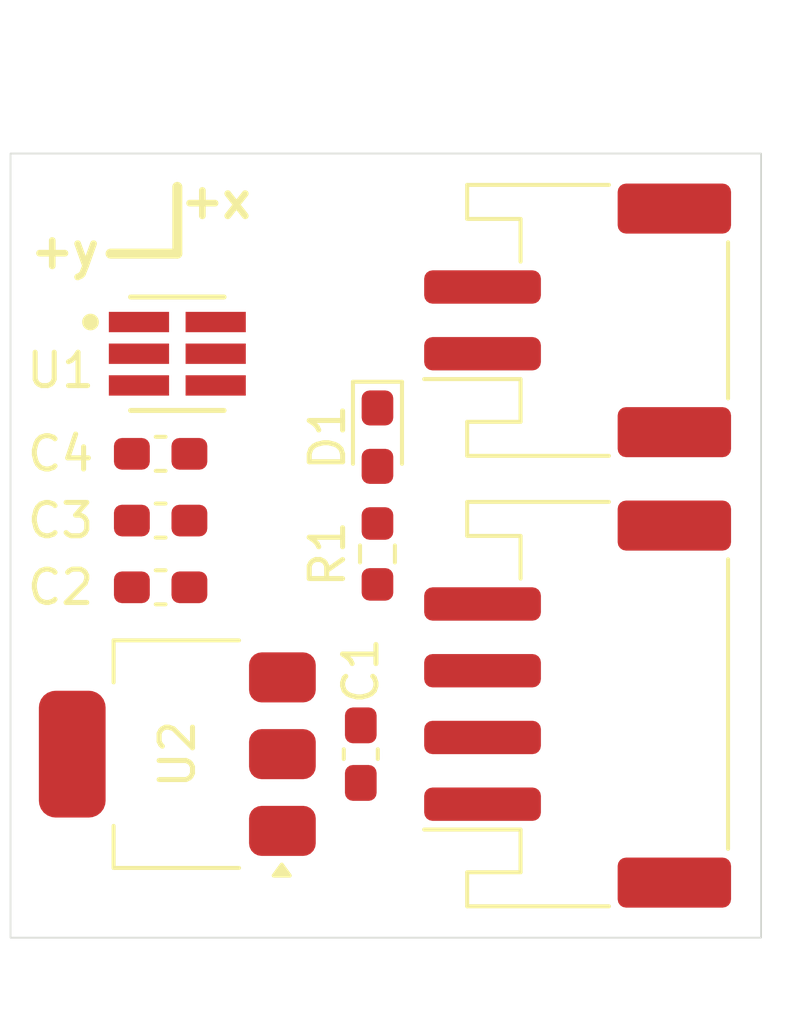
<source format=kicad_pcb>
(kicad_pcb (version 20240108) (generator "pcbnew") (generator_version "8.0")
  (layers (0 "F.Cu" signal) (31 "B.Cu" signal) (34 "B.Paste" user) (35 "F.Paste" user) (36 "B.SilkS" user "B.Silkscreen") (37 "F.SilkS" user "F.Silkscreen") (38 "B.Mask" user) (39 "F.Mask" user) (44 "Edge.Cuts" user))
  (net 0 "")
  (net 1 "+5V")
  (net 2 "GND")
  (net 3 "+3V3")
  (net 4 "CAN_L")
  (net 5 "CAN_H")
  (net 6 "Net-(D1-A)")
  (net 7 "I2C_SCL")
  (net 8 "I2C_SDA")
  (footprint "Capacitor_SMD:C_0603_1608Metric_Pad1.08x0.95mm_HandSolder" (layer "F.Cu") (at 52.5 96.5 180)
    (property "Reference" "C2" (at 3 0 180) (layer "F.SilkS"))
    (property "Value" "22u")
    (fp_line (start -0.146267 0.51) (end 0.146267 0.51) (stroke (width 0.12)) (layer "F.SilkS"))
    (fp_line (start -0.146267 -0.51) (end 0.146267 -0.51) (stroke (width 0.12)) (layer "F.SilkS"))
    (pad "1" smd roundrect (at -0.8625 0 180) (size 1.075 0.95) (layers "F.Cu" "F.Paste" "F.Mask") (net 3 "+3V3"))
    (pad "2" smd roundrect (at 0.8625 0 180) (size 1.075 0.95) (layers "F.Cu" "F.Paste" "F.Mask") (net 2 "GND"))
  )
  (footprint "Connector_JST:JST_PH_S4B-PH-SM4-TB_1x04-1MP_P2.00mm_Horizontal" (layer "F.Cu") (at 65 100 90)
    (property "Reference" "CanIn1" (hide yes))
    (property "Value" "Conn_01x04_MountingPin")
    (fp_line (start 6.06 -3.31) (end 5.04 -3.31) (stroke (width 0.12)) (layer "F.SilkS"))
    (fp_line (start 5.04 -3.31) (end 5.04 -1.71) (stroke (width 0.12)) (layer "F.SilkS"))
    (fp_line (start -5.04 -3.31) (end -5.04 -1.71) (stroke (width 0.12)) (layer "F.SilkS"))
    (fp_line (start -6.06 -3.31) (end -5.04 -3.31) (stroke (width 0.12)) (layer "F.SilkS"))
    (fp_line (start 5.04 -1.71) (end 3.76 -1.71) (stroke (width 0.12)) (layer "F.SilkS"))
    (fp_line (start -3.76 -1.71) (end -3.76 -4.6) (stroke (width 0.12)) (layer "F.SilkS"))
    (fp_line (start -5.04 -1.71) (end -3.76 -1.71) (stroke (width 0.12)) (layer "F.SilkS"))
    (fp_line (start 6.06 0.94) (end 6.06 -3.31) (stroke (width 0.12)) (layer "F.SilkS"))
    (fp_line (start -6.06 0.94) (end -6.06 -3.31) (stroke (width 0.12)) (layer "F.SilkS"))
    (fp_line (start -4.34 4.51) (end 4.34 4.51) (stroke (width 0.12)) (layer "F.SilkS"))
    (pad "1" smd roundrect (at -3 -2.85 90) (size 1 3.5) (layers "F.Cu" "F.Paste" "F.Mask") (net 1 "+5V"))
    (pad "2" smd roundrect (at -1 -2.85 90) (size 1 3.5) (layers "F.Cu" "F.Paste" "F.Mask") (net 2 "GND"))
    (pad "3" smd roundrect (at 1 -2.85 90) (size 1 3.5) (layers "F.Cu" "F.Paste" "F.Mask") (net 5 "CAN_H"))
    (pad "4" smd roundrect (at 3 -2.85 90) (size 1 3.5) (layers "F.Cu" "F.Paste" "F.Mask") (net 4 "CAN_L"))
    (pad "MP" smd roundrect (at -5.35 2.9 90) (size 1.5 3.4) (layers "F.Cu" "F.Paste" "F.Mask") (roundrect_rratio 0.166667) (net 2 "GND"))
    (pad "MP" smd roundrect (at 5.35 2.9 90) (size 1.5 3.4) (layers "F.Cu" "F.Paste" "F.Mask") (roundrect_rratio 0.166667) (net 2 "GND"))
  )
  (footprint "Resistor_SMD:R_0603_1608Metric_Pad0.98x0.95mm_HandSolder" (layer "F.Cu") (at 59 95.5 90)
    (property "Reference" "R1" (at 0 -1.5 -90) (layer "F.SilkS"))
    (property "Value" "4.7k")
    (fp_line (start -0.254724 -0.5225) (end 0.254724 -0.5225) (stroke (width 0.12)) (layer "F.SilkS"))
    (fp_line (start -0.254724 0.5225) (end 0.254724 0.5225) (stroke (width 0.12)) (layer "F.SilkS"))
    (pad "1" smd roundrect (at -0.9125 0 90) (size 0.975 0.95) (layers "F.Cu" "F.Paste" "F.Mask") (net 3 "+3V3"))
    (pad "2" smd roundrect (at 0.9125 0 90) (size 0.975 0.95) (layers "F.Cu" "F.Paste" "F.Mask") (net 6 "Net-(D1-A)"))
  )
  (footprint "Connector_JST:JST_PH_S2B-PH-SM4-TB_1x02-1MP_P2.00mm_Horizontal" (layer "F.Cu") (at 65 88.5 90)
    (property "Reference" "I2CIn1" (hide yes))
    (property "Value" "Conn_01x02_MountingPin")
    (fp_line (start 4.06 -3.31) (end 3.04 -3.31) (stroke (width 0.12)) (layer "F.SilkS"))
    (fp_line (start 3.04 -3.31) (end 3.04 -1.71) (stroke (width 0.12)) (layer "F.SilkS"))
    (fp_line (start -3.04 -3.31) (end -3.04 -1.71) (stroke (width 0.12)) (layer "F.SilkS"))
    (fp_line (start -4.06 -3.31) (end -3.04 -3.31) (stroke (width 0.12)) (layer "F.SilkS"))
    (fp_line (start 3.04 -1.71) (end 1.76 -1.71) (stroke (width 0.12)) (layer "F.SilkS"))
    (fp_line (start -1.76 -1.71) (end -1.76 -4.6) (stroke (width 0.12)) (layer "F.SilkS"))
    (fp_line (start -3.04 -1.71) (end -1.76 -1.71) (stroke (width 0.12)) (layer "F.SilkS"))
    (fp_line (start 4.06 0.94) (end 4.06 -3.31) (stroke (width 0.12)) (layer "F.SilkS"))
    (fp_line (start -4.06 0.94) (end -4.06 -3.31) (stroke (width 0.12)) (layer "F.SilkS"))
    (fp_line (start -2.34 4.51) (end 2.34 4.51) (stroke (width 0.12)) (layer "F.SilkS"))
    (pad "1" smd roundrect (at -1 -2.85 90) (size 1 3.5) (layers "F.Cu" "F.Paste" "F.Mask") (net 7 "I2C_SCL"))
    (pad "2" smd roundrect (at 1 -2.85 90) (size 1 3.5) (layers "F.Cu" "F.Paste" "F.Mask") (net 8 "I2C_SDA"))
    (pad "MP" smd roundrect (at -3.35 2.9 90) (size 1.5 3.4) (layers "F.Cu" "F.Paste" "F.Mask") (roundrect_rratio 0.166667) (net 2 "GND"))
    (pad "MP" smd roundrect (at 3.35 2.9 90) (size 1.5 3.4) (layers "F.Cu" "F.Paste" "F.Mask") (roundrect_rratio 0.166667) (net 2 "GND"))
  )
  (footprint "LED_SMD:LED_0603_1608Metric_Pad1.05x0.95mm_HandSolder" (layer "F.Cu") (at 59 92 -90)
    (property "Reference" "D1" (at 0 1.5 90) (layer "F.SilkS"))
    (property "Value" "LED")
    (fp_line (start -1.66 0.735) (end 0.8 0.735) (stroke (width 0.12)) (layer "F.SilkS"))
    (fp_line (start -1.66 -0.735) (end -1.66 0.735) (stroke (width 0.12)) (layer "F.SilkS"))
    (fp_line (start 0.8 -0.735) (end -1.66 -0.735) (stroke (width 0.12)) (layer "F.SilkS"))
    (pad "1" smd roundrect (at -0.875 0 270) (size 1.05 0.95) (layers "F.Cu" "F.Paste" "F.Mask") (net 2 "GND"))
    (pad "2" smd roundrect (at 0.875 0 270) (size 1.05 0.95) (layers "F.Cu" "F.Paste" "F.Mask") (net 6 "Net-(D1-A)"))
  )
  (footprint "Package_TO_SOT_SMD:SOT-223-3_TabPin2" (layer "F.Cu") (at 53 101.5 180)
    (property "Reference" "U2" (at 0 0 -90) (layer "F.SilkS"))
    (property "Value" "AMS1117-3.3")
    (fp_line (start 1.91 3.41) (end 1.91 2.15) (stroke (width 0.12)) (layer "F.SilkS"))
    (fp_line (start 1.91 -3.41) (end 1.91 -2.15) (stroke (width 0.12)) (layer "F.SilkS"))
    (fp_line (start -1.85 3.41) (end 1.91 3.41) (stroke (width 0.12)) (layer "F.SilkS"))
    (fp_line (start -1.85 -3.41) (end 1.91 -3.41) (stroke (width 0.12)) (layer "F.SilkS"))
    (fp_poly (pts (xy -3.13 -3.31) (xy -3.37 -3.64) (xy -2.89 -3.64) (xy -3.13 -3.31)) (stroke (width 0.12)) (fill solid) (layer "F.SilkS"))
    (pad "1" smd roundrect (at -3.15 -2.3 180) (size 2 1.5) (layers "F.Cu" "F.Paste" "F.Mask") (net 2 "GND"))
    (pad "2" smd roundrect (at -3.15 0 180) (size 2 1.5) (layers "F.Cu" "F.Paste" "F.Mask") (net 3 "+3V3"))
    (pad "2" smd roundrect (at 3.15 0 180) (size 2 3.8) (layers "F.Cu" "F.Paste" "F.Mask") (net 3 "+3V3"))
    (pad "3" smd roundrect (at -3.15 2.3 180) (size 2 1.5) (layers "F.Cu" "F.Paste" "F.Mask") (net 1 "+5V"))
  )
  (footprint "Capacitor_SMD:C_0603_1608Metric_Pad1.08x0.95mm_HandSolder" (layer "F.Cu") (at 52.5 92.5 180)
    (property "Reference" "C4" (at 3 0 180) (layer "F.SilkS"))
    (property "Value" "1u")
    (fp_line (start -0.146267 0.51) (end 0.146267 0.51) (stroke (width 0.12)) (layer "F.SilkS"))
    (fp_line (start -0.146267 -0.51) (end 0.146267 -0.51) (stroke (width 0.12)) (layer "F.SilkS"))
    (pad "1" smd roundrect (at -0.8625 0 180) (size 1.075 0.95) (layers "F.Cu" "F.Paste" "F.Mask") (net 3 "+3V3"))
    (pad "2" smd roundrect (at 0.8625 0 180) (size 1.075 0.95) (layers "F.Cu" "F.Paste" "F.Mask") (net 2 "GND"))
  )
  (footprint "Capacitor_SMD:C_0603_1608Metric_Pad1.08x0.95mm_HandSolder" (layer "F.Cu") (at 52.5 94.5 180)
    (property "Reference" "C3" (at 3 0 180) (layer "F.SilkS"))
    (property "Value" "100n")
    (fp_line (start -0.146267 0.51) (end 0.146267 0.51) (stroke (width 0.12)) (layer "F.SilkS"))
    (fp_line (start -0.146267 -0.51) (end 0.146267 -0.51) (stroke (width 0.12)) (layer "F.SilkS"))
    (pad "1" smd roundrect (at -0.8625 0 180) (size 1.075 0.95) (layers "F.Cu" "F.Paste" "F.Mask") (net 3 "+3V3"))
    (pad "2" smd roundrect (at 0.8625 0 180) (size 1.075 0.95) (layers "F.Cu" "F.Paste" "F.Mask") (net 2 "GND"))
  )
  (footprint "footprints:DBV0006A-IPC_A" (layer "F.Cu") (at 53 89.5)
    (property "Reference" "U1" (at -3.5 0.5 0) (layer "F.SilkS"))
    (property "Value" "TMAG5273B1QDBVR" (hide yes))
    (fp_line (start -1.4 -1.699999) (end 1.4 -1.699999) (stroke (width 0.15)) (layer "F.SilkS"))
    (fp_line (start -1.4 1.699999) (end 1.4 1.699999) (stroke (width 0.15)) (layer "F.SilkS"))
    (fp_circle (center -2.603101 -0.950001) (end -2.4781 -0.950001) (stroke (width 0.25)) (fill none) (layer "F.SilkS"))
    (pad "1" smd rect (at -1.150483 -0.950001) (size 1.805236 0.609806) (layers "F.Cu" "F.Paste" "F.Mask") (net 7 "I2C_SCL"))
    (pad "2" smd rect (at -1.150483 0) (size 1.805236 0.609806) (layers "F.Cu" "F.Paste" "F.Mask") (net 2 "GND"))
    (pad "3" smd rect (at -1.150483 0.950001) (size 1.805236 0.609806) (layers "F.Cu" "F.Paste" "F.Mask") (net 2 "GND"))
    (pad "4" smd rect (at 1.150483 0.950001) (size 1.805236 0.609806) (layers "F.Cu" "F.Paste" "F.Mask") (net 3 "+3V3"))
    (pad "5" smd rect (at 1.150483 0) (size 1.805236 0.609806) (layers "F.Cu" "F.Paste" "F.Mask") (net 2 "GND"))
    (pad "6" smd rect (at 1.150483 -0.950001) (size 1.805236 0.609806) (layers "F.Cu" "F.Paste" "F.Mask") (net 8 "I2C_SDA"))
  )
  (footprint "Capacitor_SMD:C_0603_1608Metric_Pad1.08x0.95mm_HandSolder" (layer "F.Cu") (at 58.5 101.5 -90)
    (property "Reference" "C1" (at -2.5 0 90) (layer "F.SilkS"))
    (property "Value" "10u")
    (fp_line (start -0.146267 0.51) (end 0.146267 0.51) (stroke (width 0.12)) (layer "F.SilkS"))
    (fp_line (start -0.146267 -0.51) (end 0.146267 -0.51) (stroke (width 0.12)) (layer "F.SilkS"))
    (pad "1" smd roundrect (at -0.8625 0 270) (size 1.075 0.95) (layers "F.Cu" "F.Paste" "F.Mask") (net 1 "+5V"))
    (pad "2" smd roundrect (at 0.8625 0 270) (size 1.075 0.95) (layers "F.Cu" "F.Paste" "F.Mask") (net 2 "GND"))
  )
  (gr_line (start 53 86.5) (end 53 84.5) (stroke (width 0.3)) (layer "F.SilkS"))
  (gr_line (start 53 86.5) (end 51 86.5) (stroke (width 0.3)) (layer "F.SilkS"))
  (gr_rect (start 48 83.5) (end 70.5 107) (stroke (width 0.05)) (fill none) (layer "Edge.Cuts"))
  (gr_text "+x" (at 53 85.5 0) (layer "F.SilkS") (effects (font (size 1 1) (thickness 0.2) (bold yes)) (justify left bottom)))
  (gr_text "+y" (at 48.5 87 -0) (layer "F.SilkS") (effects (font (size 1 1) (thickness 0.2) (bold yes)) (justify left bottom)))
)
</source>
